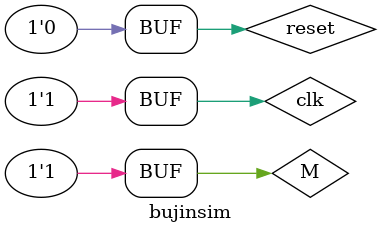
<source format=v>
`timescale 1ns / 1ps


module bujinsim(

    );
    reg clk,M,reset;
    wire [2:0] Y;
    bujin U0(M,reset,clk,Y);
    parameter PERIOD=10;
    always 
        begin
            clk=1'b0;
            #(PERIOD/2) clk=1'b1;
            #(PERIOD/2);
        end
    initial 
    begin
    reset=0;
    #5
    reset=1; 
    M=0;
    #160;
    reset=0;
    #40
    reset=1;
    M=1;
    #160;
    reset=0;
    end
endmodule

</source>
